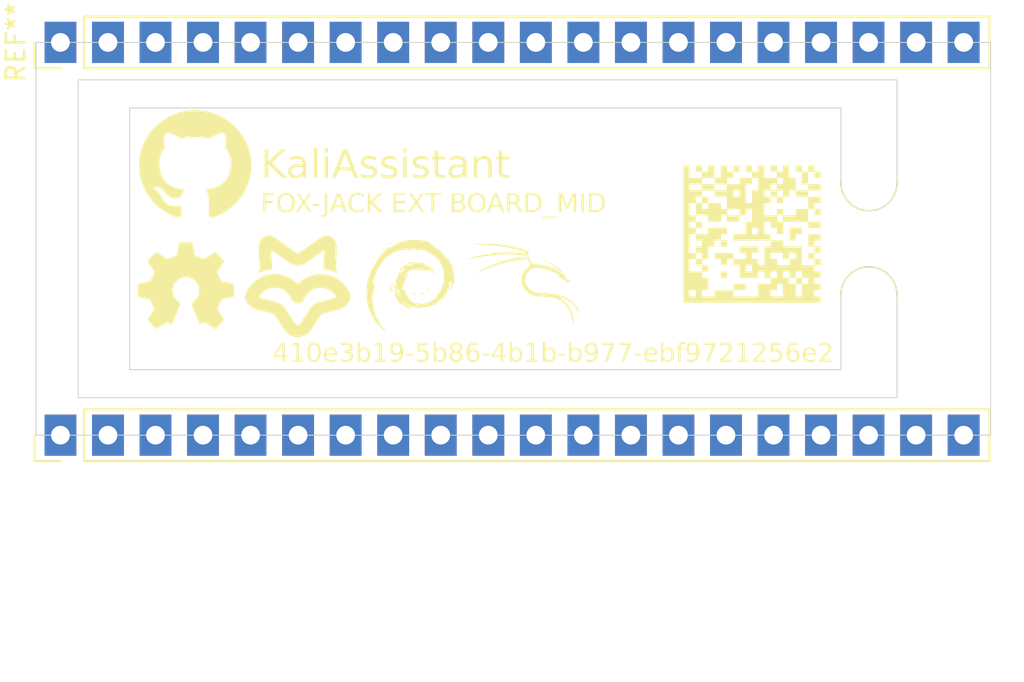
<source format=kicad_pcb>
(kicad_pcb (version 20241229) (generator "pcbnew") (generator_version "9.0")
  (layers (0 "F.Cu" signal) (2 "B.Cu" signal) (13 "F.Paste" user) (15 "B.Paste" user) (5 "F.SilkS" user "F.Silkscreen") (7 "B.SilkS" user "B.Silkscreen") (1 "F.Mask" user) (3 "B.Mask" user) (25 "Edge.Cuts" user))
  (net 0 "")
  (footprint "Connector_PinHeader_2.54mm:PinHeader_1x20_P2.54mm_Vertical" (layer "F.Cu") (at 51.3 121 90)
    (property "Reference" "REF**" (hide yes))
    (property "Value" "PinHeader_1x20_P2.54mm_Vertical")
    (pad "1" thru_hole rect (at 0 0 90) (size 2.2 1.7) (drill 1) (property pad_prop_castellated) (layers "*.Cu" "*.Mask"))
    (pad "2" thru_hole rect (at 0 2.54 90) (size 2.2 1.7) (drill 1) (property pad_prop_castellated) (layers "*.Cu" "*.Mask"))
    (pad "3" thru_hole rect (at 0 5.08 90) (size 2.2 1.7) (drill 1) (property pad_prop_castellated) (layers "*.Cu" "*.Mask"))
    (pad "4" thru_hole rect (at 0 7.62 90) (size 2.2 1.7) (drill 1) (property pad_prop_castellated) (layers "*.Cu" "*.Mask"))
    (pad "5" thru_hole rect (at 0 10.16 90) (size 2.2 1.7) (drill 1) (property pad_prop_castellated) (layers "*.Cu" "*.Mask"))
    (pad "6" thru_hole rect (at 0 12.7 90) (size 2.2 1.7) (drill 1) (property pad_prop_castellated) (layers "*.Cu" "*.Mask"))
    (pad "7" thru_hole rect (at 0 15.24 90) (size 2.2 1.7) (drill 1) (property pad_prop_castellated) (layers "*.Cu" "*.Mask"))
    (pad "8" thru_hole rect (at 0 17.78 90) (size 2.2 1.7) (drill 1) (property pad_prop_castellated) (layers "*.Cu" "*.Mask"))
    (pad "9" thru_hole rect (at 0 20.32 90) (size 2.2 1.7) (drill 1) (property pad_prop_castellated) (layers "*.Cu" "*.Mask"))
    (pad "10" thru_hole rect (at 0 22.86 90) (size 2.2 1.7) (drill 1) (property pad_prop_castellated) (layers "*.Cu" "*.Mask"))
    (pad "11" thru_hole rect (at 0 25.4 90) (size 2.2 1.7) (drill 1) (property pad_prop_castellated) (layers "*.Cu" "*.Mask"))
    (pad "12" thru_hole rect (at 0 27.94 90) (size 2.2 1.7) (drill 1) (property pad_prop_castellated) (layers "*.Cu" "*.Mask"))
    (pad "13" thru_hole rect (at 0 30.48 90) (size 2.2 1.7) (drill 1) (property pad_prop_castellated) (layers "*.Cu" "*.Mask"))
    (pad "14" thru_hole rect (at 0 33.02 90) (size 2.2 1.7) (drill 1) (property pad_prop_castellated) (layers "*.Cu" "*.Mask"))
    (pad "15" thru_hole rect (at 0 35.56 90) (size 2.2 1.7) (drill 1) (property pad_prop_castellated) (layers "*.Cu" "*.Mask"))
    (pad "16" thru_hole rect (at 0 38.1 90) (size 2.2 1.7) (drill 1) (property pad_prop_castellated) (layers "*.Cu" "*.Mask"))
    (pad "17" thru_hole rect (at 0 40.64 90) (size 2.2 1.7) (drill 1) (property pad_prop_castellated) (layers "*.Cu" "*.Mask"))
    (pad "18" thru_hole rect (at 0 43.18 90) (size 2.2 1.7) (drill 1) (property pad_prop_castellated) (layers "*.Cu" "*.Mask"))
    (pad "19" thru_hole rect (at 0 45.72 90) (size 2.2 1.7) (drill 1) (property pad_prop_castellated) (layers "*.Cu" "*.Mask"))
    (pad "20" thru_hole rect (at 0 48.26 90) (size 2.2 1.7) (drill 1) (property pad_prop_castellated) (layers "*.Cu" "*.Mask"))
  )
  (footprint "ICON:DEBIAN-ICON-FOOTPRINT_6x6" (layer "F.Cu") (at 70 113)
    (property "Reference" "G***" (hide yes))
    (property "Value" "LOGO" (hide yes))
  )
  (footprint "UUID:410e3b19-5b86-4b1b-b977-ebf9721256e2" (layer "F.Cu") (at 88.25 110.25)
    (property "Reference" "G***" (hide yes))
    (property "Value" "LOGO" (hide yes))
  )
  (footprint "Panelization:mouse-bite-3mm-slot" (layer "F.Cu") (at 94.5 110.5 -90)
    (property "Reference" "mouse-bite-3mm-slot" (hide yes))
    (property "Value" "VAL**" (hide yes))
    (pad "" np_thru_hole circle (at -1.512 -1.5 270) (size 0.5 0.5) (drill 0.5) (layers "*.Cu" "*.Mask"))
    (pad "" np_thru_hole circle (at -1.512 1.5 270) (size 0.5 0.5) (drill 0.5) (layers "*.Cu" "*.Mask"))
    (pad "" np_thru_hole circle (at -0.762 1.5 270) (size 0.5 0.5) (drill 0.5) (layers "*.Cu" "*.Mask"))
    (pad "" np_thru_hole circle (at -0.75 -1.5 270) (size 0.5 0.5) (drill 0.5) (layers "*.Cu" "*.Mask"))
    (pad "" np_thru_hole circle (at 0 -1.5 270) (size 0.5 0.5) (drill 0.5) (layers "*.Cu" "*.Mask"))
    (pad "" np_thru_hole circle (at 0 1.5 270) (size 0.5 0.5) (drill 0.5) (layers "*.Cu" "*.Mask"))
    (pad "" np_thru_hole circle (at 0.75 -1.5 270) (size 0.5 0.5) (drill 0.5) (layers "*.Cu" "*.Mask"))
    (pad "" np_thru_hole circle (at 0.75 1.5 270) (size 0.5 0.5) (drill 0.5) (layers "*.Cu" "*.Mask"))
    (pad "" np_thru_hole circle (at 1.524 -1.5 270) (size 0.5 0.5) (drill 0.5) (layers "*.Cu" "*.Mask"))
    (pad "" np_thru_hole circle (at 1.524 1.5 270) (size 0.5 0.5) (drill 0.5) (layers "*.Cu" "*.Mask"))
  )
  (footprint "Connector_PinHeader_2.54mm:PinHeader_1x20_P2.54mm_Vertical" (layer "F.Cu") (at 51.3 100 90)
    (property "Reference" "REF**" (at 0 -2.38 90) (layer "F.SilkS"))
    (property "Value" "PinHeader_1x20_P2.54mm_Vertical" (hide yes))
    (pad "1" thru_hole rect (at 0 0 90) (size 2.2 1.7) (drill 1) (property pad_prop_castellated) (layers "*.Cu" "*.Mask"))
    (pad "2" thru_hole rect (at 0 2.54 90) (size 2.2 1.7) (drill 1) (property pad_prop_castellated) (layers "*.Cu" "*.Mask"))
    (pad "3" thru_hole rect (at 0 5.08 90) (size 2.2 1.7) (drill 1) (property pad_prop_castellated) (layers "*.Cu" "*.Mask"))
    (pad "4" thru_hole rect (at 0 7.62 90) (size 2.2 1.7) (drill 1) (property pad_prop_castellated) (layers "*.Cu" "*.Mask"))
    (pad "5" thru_hole rect (at 0 10.16 90) (size 2.2 1.7) (drill 1) (property pad_prop_castellated) (layers "*.Cu" "*.Mask"))
    (pad "6" thru_hole rect (at 0 12.7 90) (size 2.2 1.7) (drill 1) (property pad_prop_castellated) (layers "*.Cu" "*.Mask"))
    (pad "7" thru_hole rect (at 0 15.24 90) (size 2.2 1.7) (drill 1) (property pad_prop_castellated) (layers "*.Cu" "*.Mask"))
    (pad "8" thru_hole rect (at 0 17.78 90) (size 2.2 1.7) (drill 1) (property pad_prop_castellated) (layers "*.Cu" "*.Mask"))
    (pad "9" thru_hole rect (at 0 20.32 90) (size 2.2 1.7) (drill 1) (property pad_prop_castellated) (layers "*.Cu" "*.Mask"))
    (pad "10" thru_hole rect (at 0 22.86 90) (size 2.2 1.7) (drill 1) (property pad_prop_castellated) (layers "*.Cu" "*.Mask"))
    (pad "11" thru_hole rect (at 0 25.4 90) (size 2.2 1.7) (drill 1) (property pad_prop_castellated) (layers "*.Cu" "*.Mask"))
    (pad "12" thru_hole rect (at 0 27.94 90) (size 2.2 1.7) (drill 1) (property pad_prop_castellated) (layers "*.Cu" "*.Mask"))
    (pad "13" thru_hole rect (at 0 30.48 90) (size 2.2 1.7) (drill 1) (property pad_prop_castellated) (layers "*.Cu" "*.Mask"))
    (pad "14" thru_hole rect (at 0 33.02 90) (size 2.2 1.7) (drill 1) (property pad_prop_castellated) (layers "*.Cu" "*.Mask"))
    (pad "15" thru_hole rect (at 0 35.56 90) (size 2.2 1.7) (drill 1) (property pad_prop_castellated) (layers "*.Cu" "*.Mask"))
    (pad "16" thru_hole rect (at 0 38.1 90) (size 2.2 1.7) (drill 1) (property pad_prop_castellated) (layers "*.Cu" "*.Mask"))
    (pad "17" thru_hole rect (at 0 40.64 90) (size 2.2 1.7) (drill 1) (property pad_prop_castellated) (layers "*.Cu" "*.Mask"))
    (pad "18" thru_hole rect (at 0 43.18 90) (size 2.2 1.7) (drill 1) (property pad_prop_castellated) (layers "*.Cu" "*.Mask"))
    (pad "19" thru_hole rect (at 0 45.72 90) (size 2.2 1.7) (drill 1) (property pad_prop_castellated) (layers "*.Cu" "*.Mask"))
    (pad "20" thru_hole rect (at 0 48.26 90) (size 2.2 1.7) (drill 1) (property pad_prop_castellated) (layers "*.Cu" "*.Mask"))
  )
  (footprint "ICON:KALILINUX-LOGO-FOOTPRINT_6x6" (layer "F.Cu") (at 76 113)
    (property "Reference" "G***" (hide yes))
    (property "Value" "LOGO" (hide yes))
  )
  (footprint "ICON:OSHW-ICON-FOOTPRINT_6x6" (layer "F.Cu") (at 58 113)
    (property "Reference" "G***" (hide yes))
    (property "Value" "LOGO" (hide yes))
  )
  (footprint "ICON:GITHUB-ICON_6x6" (layer "F.Cu") (at 58.5 106.5)
    (property "Reference" "G***" (hide yes))
    (property "Value" "LOGO" (hide yes))
  )
  (footprint "ICON:LUCKFOX_ICON_FOOTPRINT_6x6" (layer "F.Cu") (at 64 113)
    (property "Reference" "G***" (hide yes))
    (property "Value" "LOGO" (hide yes))
  )
  (gr_line (start 52.25 102) (end 52.25 119) (stroke (width 0.05)) (layer "Edge.Cuts"))
  (gr_line (start 50 100) (end 50 121) (stroke (width 0.05)) (layer "Edge.Cuts"))
  (gr_line (start 55 117.5) (end 55 103.5) (stroke (width 0.05)) (layer "Edge.Cuts"))
  (gr_line (start 50 100) (end 101 100) (stroke (width 0.05)) (layer "Edge.Cuts"))
  (gr_line (start 96 102) (end 52.25 102) (stroke (width 0.05)) (layer "Edge.Cuts"))
  (gr_line (start 50 121) (end 101 121) (stroke (width 0.05)) (layer "Edge.Cuts"))
  (gr_line (start 96 113.5) (end 96 119) (stroke (width 0.05)) (layer "Edge.Cuts"))
  (gr_line (start 93 103.5) (end 93 107.5) (stroke (width 0.05)) (layer "Edge.Cuts"))
  (gr_line (start 93 113.5) (end 93 117.5) (stroke (width 0.05)) (layer "Edge.Cuts"))
  (gr_line (start 96 119) (end 52.25 119) (stroke (width 0.05)) (layer "Edge.Cuts"))
  (gr_line (start 96 107.5) (end 96 102) (stroke (width 0.05)) (layer "Edge.Cuts"))
  (gr_line (start 93 117.5) (end 55 117.5) (stroke (width 0.05)) (layer "Edge.Cuts"))
  (gr_line (start 55 103.5) (end 93 103.5) (stroke (width 0.05)) (layer "Edge.Cuts"))
  (gr_arc (start 93 113.5) (mid 94.5 112) (end 96 113.5) (stroke (width 0.05)) (layer "Edge.Cuts"))
  (gr_arc (start 96 107.5) (mid 94.5 109) (end 93 107.5) (stroke (width 0.05)) (layer "Edge.Cuts"))
  (gr_line (start 101 100) (end 101 121) (stroke (width 0.05)) (layer "Edge.Cuts"))
  (gr_text "FOX-JACK EXT BOARD_MID" (at 62 109.25 0) (layer "F.SilkS") (effects (font (size 1 1)) (justify left bottom)))
  (gr_text "KaliAssistant" (at 62 107.5 0) (layer "F.SilkS") (effects (font (size 1.5 1.5)) (justify left bottom)))
  (gr_text "410e3b19-5b86-4b1b-b977-ebf9721256e2" (at 62.625 117.25 0) (layer "F.SilkS") (effects (font (size 1 1) (thickness 0.1)) (justify left bottom)))
)
</source>
